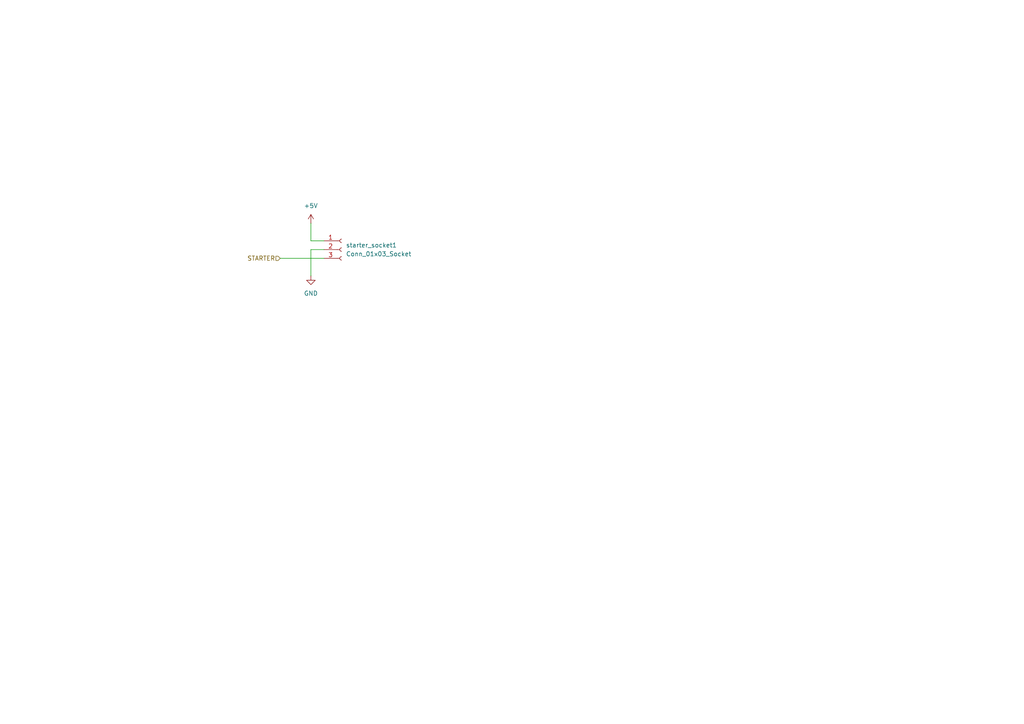
<source format=kicad_sch>
(kicad_sch (version 20250114) (generator "eeschema") (generator_version "9.0")
  (paper "A4")
  (lib_symbols
    (symbol "Connector:Conn_01x03_Socket" (pin_names (offset 1.016) (hide yes))
      (property "Reference" "J" (at 0 5.08 0))
      (property "Value" "Conn_01x03_Socket" (at 0 -5.08 0))
      (symbol "Conn_01x03_Socket_1_1"
        (polyline (pts (xy -1.27 2.54) (xy -0.508 2.54)) (stroke (width 0.1524)))
        (polyline (pts (xy -1.27 0) (xy -0.508 0)) (stroke (width 0.1524)))
        (polyline (pts (xy -1.27 -2.54) (xy -0.508 -2.54)) (stroke (width 0.1524)))
        (arc (start 0 2.032) (mid -0.5058 2.54) (end 0 3.048) (stroke (width 0.1524)))
        (arc (start 0 -0.508) (mid -0.5058 0) (end 0 0.508) (stroke (width 0.1524)))
        (arc (start 0 -3.048) (mid -0.5058 -2.54) (end 0 -2.032) (stroke (width 0.1524)))
        (pin passive line (at -5.08 2.54 0) (length 3.81) (name "Pin_1") (number "1"))
        (pin passive line (at -5.08 0 0) (length 3.81) (name "Pin_2") (number "2"))
        (pin passive line (at -5.08 -2.54 0) (length 3.81) (name "Pin_3") (number "3"))
      )
    )
    (symbol "power:+5V" (power) (pin_numbers (hide yes)) (pin_names (offset 0) (hide yes))
      (property "Value" "+5V" (at 0 3.556 0))
      (symbol "+5V_0_1"
        (polyline (pts (xy -0.762 1.27) (xy 0 2.54)))
        (polyline (pts (xy 0 2.54) (xy 0.762 1.27)))
        (polyline (pts (xy 0 0) (xy 0 2.54)))
      )
      (symbol "+5V_1_1"
        (pin power_in line (at 0 0 90) (length 0) (name "~") (number "1"))
      )
    )
    (symbol "power:GND" (power) (pin_numbers (hide yes)) (pin_names (offset 0) (hide yes))
      (property "Value" "GND" (at 0 -3.81 0))
      (symbol "GND_0_1"
        (polyline (pts (xy 0 0) (xy 0 -1.27) (xy 1.27 -1.27) (xy 0 -2.54) (xy -1.27 -1.27) (xy 0 -1.27)))
      )
      (symbol "GND_1_1"
        (pin power_in line (at 0 0 270) (length 0) (name "~") (number "1"))
      )
    )
  )
  (wire (pts (xy 90.17 72.39) (xy 93.98 72.39)))
  (wire (pts (xy 90.17 69.85) (xy 93.98 69.85)))
  (wire (pts (xy 81.28 74.93) (xy 93.98 74.93)))
  (wire (pts (xy 90.17 80.01) (xy 90.17 72.39)))
  (wire (pts (xy 90.17 64.77) (xy 90.17 69.85)))
  (hierarchical_label "STARTER" (shape input) (at 81.28 74.93 180))
  (symbol (lib_id "power:+5V") (at 90.17 64.77 0) (unit 1)
    (property "Reference" "#PWR057" (effects (hide yes)))
    (property "Value" "+5V" (at 90.17 59.69 0))
    (property "Description" "Power symbol creates a global label with name \"+5V\"" (effects (hide yes)))
  )
  (symbol (lib_id "Connector:Conn_01x03_Socket") (at 99.06 72.39 0) (unit 1)
    (property "Reference" "starter_socket1" (at 100.33 71.1199 0) (effects (justify left)))
    (property "Value" "Conn_01x03_Socket" (at 100.33 73.6599 0) (effects (justify left)))
    (property "Footprint" "Connector_PinSocket_2.54mm:PinSocket_1x03_P2.54mm_Vertical" (effects (hide yes)))
    (property "Description" "Generic connector, single row, 01x03, script generated" (effects (hide yes)))
  )
  (symbol (lib_id "power:GND") (at 90.17 80.01 0) (unit 1)
    (property "Reference" "#PWR058" (effects (hide yes)))
    (property "Value" "GND" (at 90.17 85.09 0))
    (property "Description" "Power symbol creates a global label with name \"GND\" , ground" (effects (hide yes)))
  )
)
</source>
